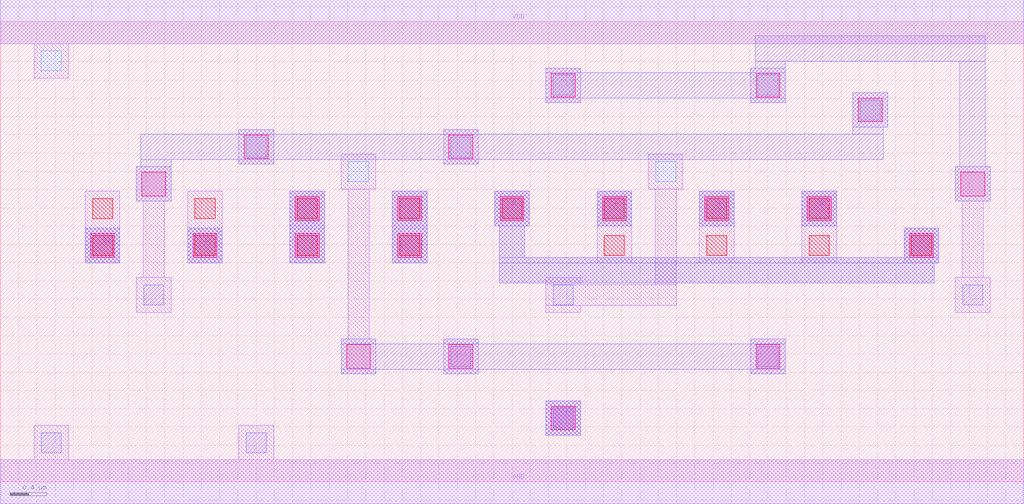
<source format=lef>
MACRO AAOAOI2222
 CLASS CORE ;
 FOREIGN AAOAOI2222 0 0 ;
 SIZE 11.200000000000001 BY 5.04 ;
 ORIGIN 0 0 ;
 SYMMETRY X Y R90 ;
 SITE unit ;
  PIN VDD
   DIRECTION INOUT ;
   USE POWER ;
   SHAPE ABUTMENT ;
    PORT
     CLASS CORE ;
       LAYER met1 ;
        RECT 0.00000000 4.80000000 11.20000000 5.28000000 ;
    END
  END VDD

  PIN GND
   DIRECTION INOUT ;
   USE POWER ;
   SHAPE ABUTMENT ;
    PORT
     CLASS CORE ;
       LAYER met1 ;
        RECT 0.00000000 -0.24000000 11.20000000 0.24000000 ;
    END
  END GND

  PIN Y
   DIRECTION INOUT ;
   USE SIGNAL ;
   SHAPE ABUTMENT ;
    PORT
     CLASS CORE ;
       LAYER met2 ;
        RECT 5.97000000 0.50700000 6.35000000 0.88700000 ;
    END
  END Y

  PIN B1
   DIRECTION INOUT ;
   USE SIGNAL ;
   SHAPE ABUTMENT ;
    PORT
     CLASS CORE ;
       LAYER met2 ;
        RECT 8.77000000 2.80200000 9.15000000 3.18200000 ;
    END
  END B1

  PIN A1
   DIRECTION INOUT ;
   USE SIGNAL ;
   SHAPE ABUTMENT ;
    PORT
     CLASS CORE ;
       LAYER met2 ;
        RECT 7.65000000 2.80200000 8.03000000 3.18200000 ;
    END
  END A1

  PIN D
   DIRECTION INOUT ;
   USE SIGNAL ;
   SHAPE ABUTMENT ;
    PORT
     CLASS CORE ;
       LAYER met2 ;
        RECT 2.05000000 2.39700000 2.43000000 2.77700000 ;
    END
  END D

  PIN A
   DIRECTION INOUT ;
   USE SIGNAL ;
   SHAPE ABUTMENT ;
    PORT
     CLASS CORE ;
       LAYER met2 ;
        RECT 6.53000000 2.80200000 6.91000000 3.18200000 ;
    END
  END A

  PIN B
   DIRECTION INOUT ;
   USE SIGNAL ;
   SHAPE ABUTMENT ;
    PORT
     CLASS CORE ;
       LAYER met2 ;
        RECT 5.46000000 2.17700000 10.22000000 2.39700000 ;
        RECT 5.46000000 2.39700000 10.27000000 2.45700000 ;
        RECT 9.89000000 2.45700000 10.27000000 2.77700000 ;
        RECT 5.46000000 2.45700000 5.74000000 2.80200000 ;
        RECT 5.41000000 2.80200000 5.79000000 3.18200000 ;
    END
  END B

  PIN D1
   DIRECTION INOUT ;
   USE SIGNAL ;
   SHAPE ABUTMENT ;
    PORT
     CLASS CORE ;
       LAYER met2 ;
        RECT 0.93000000 2.39700000 1.31000000 2.77700000 ;
    END
  END D1

  PIN C1
   DIRECTION INOUT ;
   USE SIGNAL ;
   SHAPE ABUTMENT ;
    PORT
     CLASS CORE ;
       LAYER met2 ;
        RECT 3.17000000 2.39700000 3.55000000 3.18200000 ;
    END
  END C1

  PIN C
   DIRECTION INOUT ;
   USE SIGNAL ;
   SHAPE ABUTMENT ;
    PORT
     CLASS CORE ;
       LAYER met2 ;
        RECT 4.29000000 2.39700000 4.67000000 3.18200000 ;
    END
  END C

 OBS
    LAYER polycont ;
     RECT 1.01000000 2.47700000 1.23000000 2.69700000 ;
     RECT 2.13000000 2.47700000 2.35000000 2.69700000 ;
     RECT 3.25000000 2.47700000 3.47000000 2.69700000 ;
     RECT 4.37000000 2.47700000 4.59000000 2.69700000 ;
     RECT 6.61000000 2.47700000 6.83000000 2.69700000 ;
     RECT 7.73000000 2.47700000 7.95000000 2.69700000 ;
     RECT 8.85000000 2.47700000 9.07000000 2.69700000 ;
     RECT 9.97000000 2.47700000 10.19000000 2.69700000 ;
     RECT 1.01000000 2.88200000 1.23000000 3.10200000 ;
     RECT 2.13000000 2.88200000 2.35000000 3.10200000 ;
     RECT 3.25000000 2.88200000 3.47000000 3.10200000 ;
     RECT 4.37000000 2.88200000 4.59000000 3.10200000 ;
     RECT 5.49000000 2.88200000 5.71000000 3.10200000 ;
     RECT 6.61000000 2.88200000 6.83000000 3.10200000 ;
     RECT 7.73000000 2.88200000 7.95000000 3.10200000 ;
     RECT 8.85000000 2.88200000 9.07000000 3.10200000 ;

    LAYER pdiffc ;
     RECT 3.81000000 3.28700000 4.03000000 3.50700000 ;
     RECT 7.17000000 3.28700000 7.39000000 3.50700000 ;
     RECT 2.69000000 3.55700000 2.91000000 3.77700000 ;
     RECT 4.93000000 3.55700000 5.15000000 3.77700000 ;
     RECT 9.41000000 3.96200000 9.63000000 4.18200000 ;
     RECT 6.05000000 4.23200000 6.27000000 4.45200000 ;
     RECT 8.29000000 4.23200000 8.51000000 4.45200000 ;
     RECT 0.45000000 4.50200000 0.67000000 4.72200000 ;

    LAYER ndiffc ;
     RECT 0.45000000 0.31700000 0.67000000 0.53700000 ;
     RECT 2.69000000 0.31700000 2.91000000 0.53700000 ;
     RECT 6.05000000 0.58700000 6.27000000 0.80700000 ;
     RECT 4.93000000 1.26200000 5.15000000 1.48200000 ;
     RECT 8.29000000 1.26200000 8.51000000 1.48200000 ;
     RECT 1.57000000 1.93700000 1.79000000 2.15700000 ;
     RECT 6.05000000 1.93700000 6.27000000 2.15700000 ;
     RECT 10.53000000 1.93700000 10.75000000 2.15700000 ;

    LAYER met1 ;
     RECT 0.00000000 -0.24000000 11.20000000 0.24000000 ;
     RECT 0.37000000 0.24000000 0.75000000 0.61700000 ;
     RECT 2.61000000 0.24000000 2.99000000 0.61700000 ;
     RECT 5.97000000 0.50700000 6.35000000 0.88700000 ;
     RECT 4.85000000 1.18200000 5.23000000 1.56200000 ;
     RECT 8.21000000 1.18200000 8.59000000 1.56200000 ;
     RECT 3.17000000 2.39700000 3.55000000 2.77700000 ;
     RECT 4.29000000 2.39700000 4.67000000 2.77700000 ;
     RECT 9.89000000 2.39700000 10.27000000 2.77700000 ;
     RECT 0.93000000 2.39700000 1.31000000 3.18200000 ;
     RECT 2.05000000 2.39700000 2.43000000 3.18200000 ;
     RECT 3.17000000 2.80200000 3.55000000 3.18200000 ;
     RECT 4.29000000 2.80200000 4.67000000 3.18200000 ;
     RECT 5.41000000 2.80200000 5.79000000 3.18200000 ;
     RECT 6.53000000 2.39700000 6.91000000 3.18200000 ;
     RECT 7.65000000 2.39700000 8.03000000 3.18200000 ;
     RECT 8.77000000 2.39700000 9.15000000 3.18200000 ;
     RECT 1.49000000 1.85700000 1.87000000 2.23700000 ;
     RECT 1.56500000 2.23700000 1.79500000 3.07200000 ;
     RECT 1.49000000 3.07200000 1.87000000 3.45200000 ;
     RECT 10.45000000 1.85700000 10.83000000 2.23700000 ;
     RECT 10.52500000 2.23700000 10.75500000 3.07200000 ;
     RECT 10.45000000 3.07200000 10.83000000 3.45200000 ;
     RECT 3.73000000 1.18200000 4.11000000 1.56200000 ;
     RECT 3.80500000 1.56200000 4.03500000 3.20700000 ;
     RECT 3.73000000 3.20700000 4.11000000 3.58700000 ;
     RECT 5.97000000 1.85700000 6.35000000 1.93200000 ;
     RECT 5.97000000 1.93200000 7.39500000 2.16200000 ;
     RECT 5.97000000 2.16200000 6.35000000 2.23700000 ;
     RECT 7.16500000 2.16200000 7.39500000 3.20700000 ;
     RECT 7.09000000 3.20700000 7.47000000 3.58700000 ;
     RECT 2.61000000 3.47700000 2.99000000 3.85700000 ;
     RECT 4.85000000 3.47700000 5.23000000 3.85700000 ;
     RECT 9.33000000 3.88200000 9.71000000 4.26200000 ;
     RECT 5.97000000 4.15200000 6.35000000 4.53200000 ;
     RECT 8.21000000 4.15200000 8.59000000 4.53200000 ;
     RECT 0.37000000 4.42200000 0.75000000 4.80000000 ;
     RECT 0.00000000 4.80000000 11.20000000 5.28000000 ;

    LAYER via1 ;
     RECT 6.03000000 0.56700000 6.29000000 0.82700000 ;
     RECT 3.79000000 1.24200000 4.05000000 1.50200000 ;
     RECT 4.91000000 1.24200000 5.17000000 1.50200000 ;
     RECT 8.27000000 1.24200000 8.53000000 1.50200000 ;
     RECT 0.99000000 2.45700000 1.25000000 2.71700000 ;
     RECT 2.11000000 2.45700000 2.37000000 2.71700000 ;
     RECT 3.23000000 2.45700000 3.49000000 2.71700000 ;
     RECT 4.35000000 2.45700000 4.61000000 2.71700000 ;
     RECT 9.95000000 2.45700000 10.21000000 2.71700000 ;
     RECT 3.23000000 2.86200000 3.49000000 3.12200000 ;
     RECT 4.35000000 2.86200000 4.61000000 3.12200000 ;
     RECT 5.47000000 2.86200000 5.73000000 3.12200000 ;
     RECT 6.59000000 2.86200000 6.85000000 3.12200000 ;
     RECT 7.71000000 2.86200000 7.97000000 3.12200000 ;
     RECT 8.83000000 2.86200000 9.09000000 3.12200000 ;
     RECT 1.55000000 3.13200000 1.81000000 3.39200000 ;
     RECT 10.51000000 3.13200000 10.77000000 3.39200000 ;
     RECT 2.67000000 3.53700000 2.93000000 3.79700000 ;
     RECT 4.91000000 3.53700000 5.17000000 3.79700000 ;
     RECT 9.39000000 3.94200000 9.65000000 4.20200000 ;
     RECT 6.03000000 4.21200000 6.29000000 4.47200000 ;
     RECT 8.27000000 4.21200000 8.53000000 4.47200000 ;

    LAYER met2 ;
     RECT 5.97000000 0.50700000 6.35000000 0.88700000 ;
     RECT 3.73000000 1.18200000 4.11000000 1.23200000 ;
     RECT 4.85000000 1.18200000 5.23000000 1.23200000 ;
     RECT 8.21000000 1.18200000 8.59000000 1.23200000 ;
     RECT 3.73000000 1.23200000 8.59000000 1.51200000 ;
     RECT 3.73000000 1.51200000 4.11000000 1.56200000 ;
     RECT 4.85000000 1.51200000 5.23000000 1.56200000 ;
     RECT 8.21000000 1.51200000 8.59000000 1.56200000 ;
     RECT 0.93000000 2.39700000 1.31000000 2.77700000 ;
     RECT 2.05000000 2.39700000 2.43000000 2.77700000 ;
     RECT 3.17000000 2.39700000 3.55000000 3.18200000 ;
     RECT 4.29000000 2.39700000 4.67000000 3.18200000 ;
     RECT 5.46000000 2.17700000 10.22000000 2.39700000 ;
     RECT 5.46000000 2.39700000 10.27000000 2.45700000 ;
     RECT 9.89000000 2.45700000 10.27000000 2.77700000 ;
     RECT 5.46000000 2.45700000 5.74000000 2.80200000 ;
     RECT 5.41000000 2.80200000 5.79000000 3.18200000 ;
     RECT 6.53000000 2.80200000 6.91000000 3.18200000 ;
     RECT 7.65000000 2.80200000 8.03000000 3.18200000 ;
     RECT 8.77000000 2.80200000 9.15000000 3.18200000 ;
     RECT 1.49000000 3.07200000 1.87000000 3.45200000 ;
     RECT 1.54000000 3.45200000 1.87000000 3.52700000 ;
     RECT 2.61000000 3.47700000 2.99000000 3.52700000 ;
     RECT 4.85000000 3.47700000 5.23000000 3.52700000 ;
     RECT 1.54000000 3.52700000 9.66000000 3.80700000 ;
     RECT 2.61000000 3.80700000 2.99000000 3.85700000 ;
     RECT 4.85000000 3.80700000 5.23000000 3.85700000 ;
     RECT 9.33000000 3.80700000 9.66000000 3.88200000 ;
     RECT 9.33000000 3.88200000 9.71000000 4.26200000 ;
     RECT 10.45000000 3.07200000 10.83000000 3.45200000 ;
     RECT 5.97000000 4.15200000 6.35000000 4.20200000 ;
     RECT 8.21000000 4.15200000 8.59000000 4.20200000 ;
     RECT 5.97000000 4.20200000 8.59000000 4.48200000 ;
     RECT 5.97000000 4.48200000 6.35000000 4.53200000 ;
     RECT 8.21000000 4.48200000 8.59000000 4.53200000 ;
     RECT 8.26000000 4.53200000 8.59000000 4.60700000 ;
     RECT 10.50000000 3.45200000 10.78000000 4.60700000 ;
     RECT 8.26000000 4.60700000 10.78000000 4.88700000 ;

 END
END AAOAOI2222

</source>
